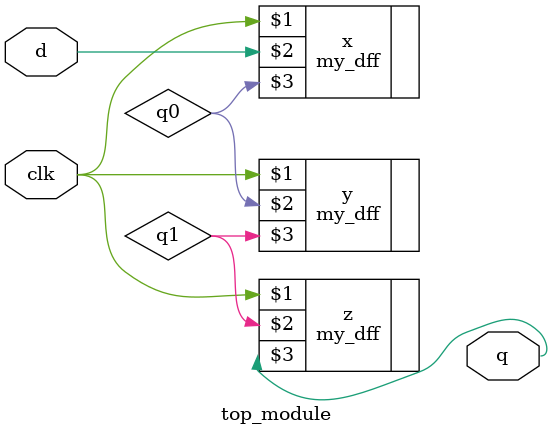
<source format=v>
module top_module ( input clk, input d, output q );
wire q0,q1;
    my_dff x( clk, d, q0 );
    my_dff y(  clk, q0,  q1 );
    my_dff z( clk, q1, q );
endmodule

</source>
